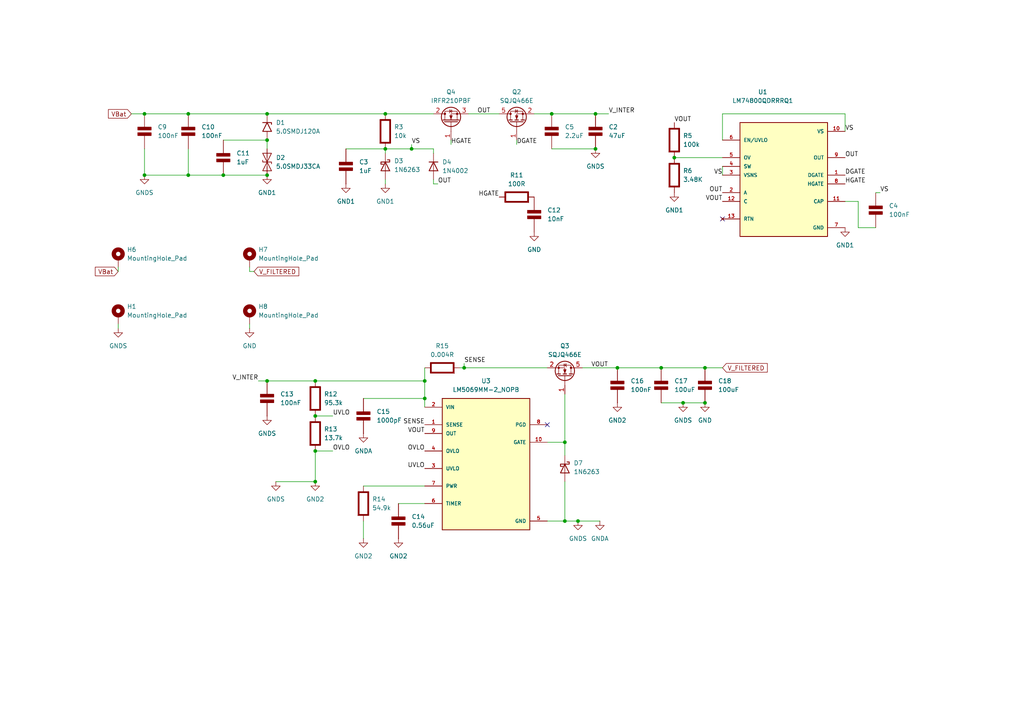
<source format=kicad_sch>
(kicad_sch (version 20231120) (generator "eeschema") (generator_version "8.0")
  (paper "A4")
  (lib_symbols
    (symbol "Device:Q_NMOS_Depletion_GDS" (pin_names (offset 0) hide)
      (property "Reference" "Q" (at 5.08 1.905 0))
      (property "Value" "Q_NMOS_Depletion_GDS" (at 5.08 0 0))
      (symbol "Q_NMOS_Depletion_GDS_0_1"
        (polyline (pts (xy 0.254 0) (xy -2.54 0)))
        (polyline (pts (xy 0.254 1.905) (xy 0.254 -1.905)) (stroke (width 0.254)))
        (polyline (pts (xy 0.762 2.286) (xy 0.762 -2.286)) (stroke (width 0.254)))
        (polyline (pts (xy 2.54 2.54) (xy 2.54 1.778)))
        (polyline (pts (xy 2.54 -2.54) (xy 2.54 0) (xy 0.762 0)))
        (polyline (pts (xy 0.762 -1.778) (xy 3.302 -1.778) (xy 3.302 1.778) (xy 0.762 1.778)))
        (polyline (pts (xy 1.016 0) (xy 2.032 0.381) (xy 2.032 -0.381) (xy 1.016 0)) (fill (type outline)))
        (polyline (pts (xy 2.794 0.508) (xy 2.921 0.381) (xy 3.683 0.381) (xy 3.81 0.254)))
        (polyline (pts (xy 3.302 0.381) (xy 2.921 -0.254) (xy 3.683 -0.254) (xy 3.302 0.381)))
        (circle (center 1.651 0) (radius 2.794) (stroke (width 0.254)))
        (circle (center 2.54 -1.778) (radius 0.254) (fill (type outline)))
        (circle (center 2.54 1.778) (radius 0.254) (fill (type outline)))
      )
      (symbol "Q_NMOS_Depletion_GDS_1_1"
        (pin input line (at -5.08 0 0) (length 2.54) (name "G") (number "1"))
        (pin passive line (at 2.54 5.08 270) (length 2.54) (name "D") (number "2"))
        (pin passive line (at 2.54 -5.08 90) (length 2.54) (name "S") (number "3"))
      )
    )
    (symbol "Diode:1N4002" (pin_numbers hide) (pin_names hide)
      (property "Reference" "D" (at 0 2.54 0))
      (property "Value" "1N4002" (at 0 -2.54 0))
      (symbol "1N4002_0_1"
        (polyline (pts (xy -1.27 1.27) (xy -1.27 -1.27)) (stroke (width 0.254)))
        (polyline (pts (xy 1.27 0) (xy -1.27 0)))
        (polyline (pts (xy 1.27 1.27) (xy 1.27 -1.27) (xy -1.27 0) (xy 1.27 1.27)) (stroke (width 0.254)))
      )
      (symbol "1N4002_1_1"
        (pin passive line (at -3.81 0 0) (length 2.54) (name "K") (number "1"))
        (pin passive line (at 3.81 0 180) (length 2.54) (name "A") (number "2"))
      )
    )
    (symbol "Diode:1N6263" (pin_numbers hide) (pin_names (offset 1.016) hide)
      (property "Reference" "D" (at 0 2.54 0))
      (property "Value" "1N6263" (at 0 -2.54 0))
      (symbol "1N6263_0_1"
        (polyline (pts (xy 1.27 0) (xy -1.27 0)))
        (polyline (pts (xy 1.27 1.27) (xy 1.27 -1.27) (xy -1.27 0) (xy 1.27 1.27)) (stroke (width 0.254)))
        (polyline (pts (xy -1.905 0.635) (xy -1.905 1.27) (xy -1.27 1.27) (xy -1.27 -1.27) (xy -0.635 -1.27) (xy -0.635 -0.635)) (stroke (width 0.254)))
      )
      (symbol "1N6263_1_1"
        (pin passive line (at -3.81 0 0) (length 2.54) (name "K") (number "1"))
        (pin passive line (at 3.81 0 180) (length 2.54) (name "A") (number "2"))
      )
    )
    (symbol "Diode:SMAJ250A" (pin_numbers hide) (pin_names (offset 1.016) hide)
      (property "Reference" "D" (at 0 2.54 0))
      (property "Value" "SMAJ250A" (at 0 -2.54 0))
      (symbol "SMAJ250A_0_1"
        (polyline (pts (xy -0.762 1.27) (xy -1.27 1.27) (xy -1.27 -1.27)) (stroke (width 0.254)))
        (polyline (pts (xy 1.27 1.27) (xy 1.27 -1.27) (xy -1.27 0) (xy 1.27 1.27)) (stroke (width 0.254)))
      )
      (symbol "SMAJ250A_1_1"
        (pin passive line (at -3.81 0 0) (length 2.54) (name "A1") (number "1"))
        (pin passive line (at 3.81 0 180) (length 2.54) (name "A2") (number "2"))
      )
    )
    (symbol "Diode:SMAJ250CA" (pin_numbers hide) (pin_names (offset 1.016) hide)
      (property "Reference" "D" (at 0 2.54 0))
      (property "Value" "SMAJ250CA" (at 0 -2.54 0))
      (symbol "SMAJ250CA_0_1"
        (polyline (pts (xy 1.27 0) (xy -1.27 0)))
        (polyline (pts (xy -2.54 -1.27) (xy 0 0) (xy -2.54 1.27) (xy -2.54 -1.27)) (stroke (width 0.2032)))
        (polyline (pts (xy 0.508 1.27) (xy 0 1.27) (xy 0 -1.27) (xy -0.508 -1.27)) (stroke (width 0.2032)))
        (polyline (pts (xy 2.54 1.27) (xy 2.54 -1.27) (xy 0 0) (xy 2.54 1.27)) (stroke (width 0.2032)))
      )
      (symbol "SMAJ250CA_1_1"
        (pin passive line (at -3.81 0 0) (length 2.54) (name "A1") (number "1"))
        (pin passive line (at 3.81 0 180) (length 2.54) (name "A2") (number "2"))
      )
    )
    (symbol "LM5069MM-2_NOPB:LM5069MM-2_NOPB" (pin_names (offset 1.016))
      (property "Reference" "U" (at -12.7 18.78 0))
      (property "Value" "LM5069MM-2_NOPB" (at -12.7 -21.78 0))
      (symbol "LM5069MM-2_NOPB_0_0"
        (rectangle (start -12.7 -20.32) (end 12.7 17.78) (stroke (width 0.254)) (fill (type background)))
        (pin input line (at -17.78 10.16 0) (length 5.08) (name "SENSE") (number "1"))
        (pin output line (at 17.78 5.08 180) (length 5.08) (name "GATE") (number "10"))
        (pin power_in line (at -17.78 15.24 0) (length 5.08) (name "VIN") (number "2"))
        (pin input line (at -17.78 -2.54 0) (length 5.08) (name "UVLO") (number "3"))
        (pin input line (at -17.78 2.54 0) (length 5.08) (name "OVLO") (number "4"))
        (pin power_in line (at 17.78 -17.78 180) (length 5.08) (name "GND") (number "5"))
        (pin bidirectional line (at -17.78 -12.7 0) (length 5.08) (name "TIMER") (number "6"))
        (pin input line (at -17.78 -7.62 0) (length 5.08) (name "PWR") (number "7"))
        (pin output line (at 17.78 10.16 180) (length 5.08) (name "PGD") (number "8"))
        (pin input line (at -17.78 7.62 0) (length 5.08) (name "OUT") (number "9"))
      )
    )
    (symbol "LM74800QDRRRQ1:LM74800QDRRRQ1" (pin_names (offset 1.016))
      (property "Reference" "U" (at -12.7 16.002 0))
      (property "Value" "LM74800QDRRRQ1" (at -12.7 -20.32 0))
      (symbol "LM74800QDRRRQ1_0_0"
        (rectangle (start -12.7 -17.78) (end 12.7 15.24) (stroke (width 0.254)) (fill (type background)))
        (pin output line (at 17.78 0 180) (length 5.08) (name "DGATE") (number "1"))
        (pin power_in line (at 17.78 12.7 180) (length 5.08) (name "VS") (number "10"))
        (pin output line (at 17.78 -7.62 180) (length 5.08) (name "CAP") (number "11"))
        (pin input line (at -17.78 -7.62 0) (length 5.08) (name "C") (number "12"))
        (pin no_connect line (at -17.78 -12.7 0) (length 5.08) (name "RTN") (number "13"))
        (pin input line (at -17.78 -5.08 0) (length 5.08) (name "A") (number "2"))
        (pin input line (at -17.78 0 0) (length 5.08) (name "VSNS") (number "3"))
        (pin input line (at -17.78 2.54 0) (length 5.08) (name "SW") (number "4"))
        (pin input line (at -17.78 5.08 0) (length 5.08) (name "OV") (number "5"))
        (pin input line (at -17.78 10.16 0) (length 5.08) (name "EN/UVLO") (number "6"))
        (pin power_in line (at 17.78 -15.24 180) (length 5.08) (name "GND") (number "7"))
        (pin output line (at 17.78 -2.54 180) (length 5.08) (name "HGATE") (number "8"))
        (pin output line (at 17.78 5.08 180) (length 5.08) (name "OUT") (number "9"))
      )
    )
    (symbol "Mechanical:MountingHole_Pad" (pin_numbers hide) (pin_names (offset 1.016) hide) (exclude_from_sim yes) (in_bom no)
      (property "Reference" "H" (at 0 6.35 0))
      (property "Value" "MountingHole_Pad" (at 0 4.445 0))
      (symbol "MountingHole_Pad_0_1"
        (circle (center 0 1.27) (radius 1.27) (stroke (width 1.27)))
      )
      (symbol "MountingHole_Pad_1_1"
        (pin input line (at 0 -2.54 90) (length 2.54) (name "1") (number "1"))
      )
    )
    (symbol "PCM_Elektuur:C" (pin_numbers hide) (pin_names (offset 0) hide)
      (property "Reference" "C" (at 0.635 3.175 0))
      (property "Value" "C" (at 0.635 -3.175 0))
      (symbol "C_1_1"
        (rectangle (start -1.905 -0.4318) (end 1.905 -1.1938) (stroke (width 0.254)) (fill (type outline)))
        (rectangle (start -1.905 1.1938) (end 1.905 0.4318) (stroke (width 0.254)) (fill (type outline)))
        (pin passive line (at 0 5.08 270) (length 3.8862) (name "+") (number "1"))
        (pin passive line (at 0 -5.08 90) (length 3.8862) (name "-") (number "2"))
      )
      (symbol "C_1_2"
        (polyline (pts (xy -1.905 -1.4986) (xy 1.905 -1.4986) (xy 1.905 -0.4318) (xy -1.905 -0.4318) (xy -1.905 -1.4986) (xy -1.8034 -1.397) (xy -1.8034 -0.5334) (xy 1.8034 -0.5334) (xy 1.8034 -1.397) (xy -1.8034 -1.397) (xy -1.905 -1.4986)) (stroke (width 0.254)) (fill (type outline)))
        (polyline (pts (xy -1.905 0.4318) (xy 1.905 0.4318) (xy 1.905 1.4986) (xy -1.905 1.4986) (xy -1.905 0.4318) (xy -1.8034 0.5334) (xy -1.8034 1.397) (xy 1.8034 1.397) (xy 1.8034 0.5334) (xy -1.8034 0.5334) (xy -1.905 0.4318)) (stroke (width 0.254)) (fill (type outline)))
        (pin passive line (at 0 5.08 270) (length 3.5814) (name "+") (number "1"))
        (pin passive line (at 0 -5.08 90) (length 3.5814) (name "-") (number "2"))
      )
    )
    (symbol "PCM_Elektuur:R" (pin_numbers hide) (pin_names (offset 0) hide)
      (property "Reference" "R" (at 2.54 3.175 0))
      (property "Value" "R" (at 0 0 90))
      (symbol "R_1_1"
        (polyline (pts (xy -1.524 -3.429) (xy 1.524 -3.429) (xy 1.524 3.429) (xy -1.524 3.429) (xy -1.524 -3.429) (xy -1.27 -3.175) (xy -1.27 3.175) (xy 1.27 3.175) (xy 1.27 -3.175) (xy -1.27 -3.175) (xy -1.524 -3.429)) (stroke (width 0.254)) (fill (type outline)))
        (pin passive line (at 0 5.08 270) (length 1.651) (name "+") (number "1"))
        (pin passive line (at 0 -5.08 90) (length 1.651) (name "-") (number "2"))
      )
      (symbol "R_1_2"
        (polyline (pts (xy -0.508 -3.429) (xy 1.524 -3.429) (xy 1.524 3.429) (xy -0.508 3.429) (xy -0.508 3.175) (xy 1.27 3.175) (xy 1.27 -3.175) (xy -0.508 -3.175) (xy -0.508 -3.429)) (stroke (width 0.254)) (fill (type outline)))
        (pin passive line (at 0 5.08 270) (length 1.651) (name "+") (number "1"))
        (pin passive line (at 0 -5.08 90) (length 1.651) (name "-") (number "2"))
      )
      (symbol "R_1_3"
        (polyline (pts (xy 0 3.4798) (xy 0 3.2004) (xy 0.7112 2.794) (xy -1.1938 1.6764) (xy 0.7112 0.5588) (xy -1.1938 -0.5588) (xy 0.7112 -1.6764) (xy -1.1938 -2.794) (xy 0 -3.4798) (xy 0 -3.2004) (xy -0.7112 -2.794) (xy 1.1938 -1.6764) (xy -0.7112 -0.5588) (xy 1.1938 0.5588) (xy -0.7112 1.6764) (xy 1.1938 2.794) (xy 0 3.4798)) (stroke (width 0.254)) (fill (type outline)))
        (pin passive line (at 0 5.08 270) (length 1.6002) (name "+") (number "1"))
        (pin passive line (at 0 -5.08 90) (length 1.6002) (name "-") (number "2"))
      )
      (symbol "R_1_4"
        (polyline (pts (xy 0 4.5466) (xy 0 4.2672) (xy 0.0508 4.2418) (xy 1.016 3.683) (xy -1.524 2.2098) (xy 1.016 0.7366) (xy -1.524 -0.7366) (xy 1.016 -2.2098) (xy -1.524 -3.683) (xy -0.0762 -4.5212) (xy 0 -4.5466) (xy 0 -4.2672) (xy -0.0508 -4.2418) (xy -1.016 -3.683) (xy 1.524 -2.2098) (xy -1.016 -0.7366) (xy 1.524 0.7366) (xy -1.016 2.2098) (xy 1.524 3.683) (xy 0.0762 4.5212) (xy 0 4.5466)) (stroke (width 0.254)) (fill (type outline)))
        (pin passive line (at 0 5.08 270) (length 0.5334) (name "+") (number "1"))
        (pin passive line (at 0 -5.08 90) (length 0.5334) (name "-") (number "2"))
      )
    )
    (symbol "Transistor_FET:SQJQ466E" (pin_names (offset 0) hide)
      (property "Reference" "Q" (at 5.08 1.27 0))
      (property "Value" "SQJQ466E" (at 5.08 -1.27 0))
      (symbol "SQJQ466E_0_1"
        (polyline (pts (xy 0.254 0) (xy -2.54 0)))
        (polyline (pts (xy 0.254 1.905) (xy 0.254 -1.905)) (stroke (width 0.254)))
        (polyline (pts (xy 0.762 -1.27) (xy 0.762 -2.286)) (stroke (width 0.254)))
        (polyline (pts (xy 0.762 0.508) (xy 0.762 -0.508)) (stroke (width 0.254)))
        (polyline (pts (xy 0.762 2.286) (xy 0.762 1.27)) (stroke (width 0.254)))
        (polyline (pts (xy 2.54 2.54) (xy 2.54 1.778)))
        (polyline (pts (xy 2.54 -2.54) (xy 2.54 0) (xy 0.762 0)))
        (polyline (pts (xy 0.762 -1.778) (xy 3.302 -1.778) (xy 3.302 1.778) (xy 0.762 1.778)))
        (polyline (pts (xy 1.016 0) (xy 2.032 0.381) (xy 2.032 -0.381) (xy 1.016 0)) (fill (type outline)))
        (polyline (pts (xy 2.794 0.508) (xy 2.921 0.381) (xy 3.683 0.381) (xy 3.81 0.254)))
        (polyline (pts (xy 3.302 0.381) (xy 2.921 -0.254) (xy 3.683 -0.254) (xy 3.302 0.381)))
        (circle (center 1.651 0) (radius 2.794) (stroke (width 0.254)))
        (circle (center 2.54 -1.778) (radius 0.254) (fill (type outline)))
        (circle (center 2.54 1.778) (radius 0.254) (fill (type outline)))
      )
      (symbol "SQJQ466E_1_1"
        (pin input line (at -5.08 0 0) (length 2.54) (name "G") (number "1"))
        (pin passive line (at 2.54 -5.08 90) (length 2.54) (name "S") (number "2"))
        (pin passive line (at 2.54 -5.08 90) (length 2.54) hide (name "S") (number "3"))
        (pin passive line (at 2.54 -5.08 90) (length 2.54) hide (name "S") (number "4"))
        (pin passive line (at 2.54 5.08 270) (length 2.54) (name "D") (number "5"))
      )
    )
    (symbol "power:GND" (power) (pin_numbers hide) (pin_names (offset 0) hide)
      (property "Value" "GND" (at 0 -3.81 0))
      (symbol "GND_0_1"
        (polyline (pts (xy 0 0) (xy 0 -1.27) (xy 1.27 -1.27) (xy 0 -2.54) (xy -1.27 -1.27) (xy 0 -1.27)))
      )
      (symbol "GND_1_1"
        (pin power_in line (at 0 0 270) (length 0) (name "~") (number "1"))
      )
    )
    (symbol "power:GND1" (power) (pin_numbers hide) (pin_names (offset 0) hide)
      (property "Value" "GND1" (at 0 -3.81 0))
      (symbol "GND1_0_1"
        (polyline (pts (xy 0 0) (xy 0 -1.27) (xy 1.27 -1.27) (xy 0 -2.54) (xy -1.27 -1.27) (xy 0 -1.27)))
      )
      (symbol "GND1_1_1"
        (pin power_in line (at 0 0 270) (length 0) (name "~") (number "1"))
      )
    )
    (symbol "power:GND2" (power) (pin_numbers hide) (pin_names (offset 0) hide)
      (property "Value" "GND2" (at 0 -3.81 0))
      (symbol "GND2_0_1"
        (polyline (pts (xy 0 0) (xy 0 -1.27) (xy 1.27 -1.27) (xy 0 -2.54) (xy -1.27 -1.27) (xy 0 -1.27)))
      )
      (symbol "GND2_1_1"
        (pin power_in line (at 0 0 270) (length 0) (name "~") (number "1"))
      )
    )
    (symbol "power:GNDA" (power) (pin_numbers hide) (pin_names (offset 0) hide)
      (property "Value" "GNDA" (at 0 -3.81 0))
      (symbol "GNDA_0_1"
        (polyline (pts (xy 0 0) (xy 0 -1.27) (xy 1.27 -1.27) (xy 0 -2.54) (xy -1.27 -1.27) (xy 0 -1.27)))
      )
      (symbol "GNDA_1_1"
        (pin power_in line (at 0 0 270) (length 0) (name "~") (number "1"))
      )
    )
    (symbol "power:GNDS" (power) (pin_numbers hide) (pin_names (offset 0) hide)
      (property "Value" "GNDS" (at 0 -3.81 0))
      (symbol "GNDS_0_1"
        (polyline (pts (xy 0 0) (xy 0 -1.27) (xy 1.27 -1.27) (xy 0 -2.54) (xy -1.27 -1.27) (xy 0 -1.27)))
      )
      (symbol "GNDS_1_1"
        (pin power_in line (at 0 0 270) (length 0) (name "~") (number "1"))
      )
    )
  )
  (junction (at 41.91 33.02))
  (junction (at 195.58 45.72))
  (junction (at 167.64 151.13))
  (junction (at 91.44 110.49))
  (junction (at 191.77 106.68))
  (junction (at 163.83 128.27))
  (junction (at 64.77 50.8))
  (junction (at 41.91 50.8))
  (junction (at 204.47 116.84))
  (junction (at 119.38 43.18))
  (junction (at 179.07 106.68))
  (junction (at 91.44 120.65))
  (junction (at 77.47 40.64))
  (junction (at 163.83 151.13))
  (junction (at 198.12 116.84))
  (junction (at 54.61 33.02))
  (junction (at 77.47 110.49))
  (junction (at 123.19 115.57))
  (junction (at 77.47 50.8))
  (junction (at 160.02 33.02))
  (junction (at 91.44 130.81))
  (junction (at 123.19 110.49))
  (junction (at 54.61 50.8))
  (junction (at 77.47 33.02))
  (junction (at 172.72 43.18))
  (junction (at 134.62 106.68))
  (junction (at 111.76 43.18))
  (junction (at 204.47 106.68))
  (junction (at 111.76 33.02))
  (junction (at 172.72 33.02))
  (junction (at 91.44 139.7))
  (no_connect (at 209.55 63.5))
  (no_connect (at 158.75 123.19))
  (wire (pts (xy 91.44 130.81) (xy 91.44 139.7)))
  (wire (pts (xy 245.11 33.02) (xy 245.11 38.1)))
  (wire (pts (xy 119.38 41.91) (xy 119.38 43.18)))
  (wire (pts (xy 64.77 40.64) (xy 77.47 40.64)))
  (wire (pts (xy 130.81 41.91) (xy 130.81 40.64)))
  (wire (pts (xy 125.73 43.18) (xy 125.73 44.45)))
  (wire (pts (xy 72.39 95.25) (xy 72.39 93.98)))
  (wire (pts (xy 209.55 33.02) (xy 245.11 33.02)))
  (wire (pts (xy 111.76 44.45) (xy 111.76 43.18)))
  (wire (pts (xy 125.73 53.34) (xy 127 53.34)))
  (wire (pts (xy 105.41 115.57) (xy 123.19 115.57)))
  (wire (pts (xy 72.39 78.74) (xy 72.39 77.47)))
  (wire (pts (xy 77.47 110.49) (xy 91.44 110.49)))
  (wire (pts (xy 198.12 116.84) (xy 191.77 116.84)))
  (wire (pts (xy 41.91 33.02) (xy 54.61 33.02)))
  (wire (pts (xy 123.19 110.49) (xy 123.19 115.57)))
  (wire (pts (xy 41.91 50.8) (xy 41.91 43.18)))
  (wire (pts (xy 133.35 106.68) (xy 134.62 106.68)))
  (wire (pts (xy 167.64 151.13) (xy 163.83 151.13)))
  (wire (pts (xy 134.62 105.41) (xy 134.62 106.68)))
  (wire (pts (xy 77.47 43.18) (xy 77.47 40.64)))
  (wire (pts (xy 115.57 146.05) (xy 123.19 146.05)))
  (wire (pts (xy 54.61 43.18) (xy 54.61 50.8)))
  (wire (pts (xy 209.55 33.02) (xy 209.55 40.64)))
  (wire (pts (xy 119.38 43.18) (xy 125.73 43.18)))
  (wire (pts (xy 135.89 33.02) (xy 144.78 33.02)))
  (wire (pts (xy 64.77 50.8) (xy 54.61 50.8)))
  (wire (pts (xy 248.92 58.42) (xy 245.11 58.42)))
  (wire (pts (xy 195.58 45.72) (xy 209.55 45.72)))
  (wire (pts (xy 91.44 120.65) (xy 96.52 120.65)))
  (wire (pts (xy 111.76 33.02) (xy 125.73 33.02)))
  (wire (pts (xy 105.41 140.97) (xy 123.19 140.97)))
  (wire (pts (xy 160.02 33.02) (xy 172.72 33.02)))
  (wire (pts (xy 41.91 50.8) (xy 54.61 50.8)))
  (wire (pts (xy 163.83 151.13) (xy 158.75 151.13)))
  (wire (pts (xy 154.94 33.02) (xy 160.02 33.02)))
  (wire (pts (xy 172.72 33.02) (xy 176.53 33.02)))
  (wire (pts (xy 134.62 106.68) (xy 158.75 106.68)))
  (wire (pts (xy 204.47 106.68) (xy 209.55 106.68)))
  (wire (pts (xy 149.86 40.64) (xy 149.86 41.91)))
  (wire (pts (xy 248.92 66.04) (xy 248.92 58.42)))
  (wire (pts (xy 168.91 106.68) (xy 179.07 106.68)))
  (wire (pts (xy 111.76 53.34) (xy 111.76 52.07)))
  (wire (pts (xy 123.19 115.57) (xy 123.19 118.11)))
  (wire (pts (xy 163.83 132.08) (xy 163.83 128.27)))
  (wire (pts (xy 38.1 33.02) (xy 41.91 33.02)))
  (wire (pts (xy 158.75 128.27) (xy 163.83 128.27)))
  (wire (pts (xy 100.33 43.18) (xy 111.76 43.18)))
  (wire (pts (xy 34.29 95.25) (xy 34.29 93.98)))
  (wire (pts (xy 248.92 66.04) (xy 254 66.04)))
  (wire (pts (xy 80.01 139.7) (xy 91.44 139.7)))
  (wire (pts (xy 255.27 55.88) (xy 254 55.88)))
  (wire (pts (xy 105.41 156.21) (xy 105.41 151.13)))
  (wire (pts (xy 91.44 130.81) (xy 96.52 130.81)))
  (wire (pts (xy 54.61 33.02) (xy 77.47 33.02)))
  (wire (pts (xy 163.83 139.7) (xy 163.83 151.13)))
  (wire (pts (xy 179.07 106.68) (xy 191.77 106.68)))
  (wire (pts (xy 111.76 43.18) (xy 119.38 43.18)))
  (wire (pts (xy 191.77 106.68) (xy 204.47 106.68)))
  (wire (pts (xy 163.83 128.27) (xy 163.83 114.3)))
  (wire (pts (xy 34.29 78.74) (xy 34.29 77.47)))
  (wire (pts (xy 125.73 52.07) (xy 125.73 53.34)))
  (wire (pts (xy 198.12 116.84) (xy 204.47 116.84)))
  (wire (pts (xy 74.93 110.49) (xy 77.47 110.49)))
  (wire (pts (xy 77.47 33.02) (xy 111.76 33.02)))
  (wire (pts (xy 209.55 48.26) (xy 209.55 50.8)))
  (wire (pts (xy 167.64 151.13) (xy 173.99 151.13)))
  (wire (pts (xy 64.77 50.8) (xy 77.47 50.8)))
  (wire (pts (xy 91.44 110.49) (xy 123.19 110.49)))
  (wire (pts (xy 123.19 106.68) (xy 123.19 110.49)))
  (wire (pts (xy 160.02 43.18) (xy 172.72 43.18)))
  (wire (pts (xy 73.66 78.74) (xy 72.39 78.74)))
  (label "VS" (at 245.11 38.1 0))
  (label "UVLO" (at 123.19 135.89 180))
  (label "DGATE" (at 149.86 41.91 0))
  (label "OUT" (at 127 53.34 0))
  (label "V_INTER" (at 176.53 33.02 0))
  (label "OUT" (at 245.11 45.72 0))
  (label "VOUT" (at 195.58 35.56 0))
  (label "UVLO" (at 96.52 120.65 0))
  (label "VOUT" (at 171.45 106.68 0))
  (label "HGATE" (at 245.11 53.34 0))
  (label "SENSE" (at 134.62 105.41 0))
  (label "OUT" (at 138.43 33.02 0))
  (label "SENSE" (at 123.19 123.19 180))
  (label "VOUT" (at 123.19 125.73 180))
  (label "OUT" (at 209.55 55.88 180))
  (label "VS" (at 119.38 41.91 0))
  (label "HGATE" (at 130.81 41.91 0))
  (label "OVLO" (at 123.19 130.81 180))
  (label "HGATE" (at 144.78 57.15 180))
  (label "V_INTER" (at 74.93 110.49 180))
  (label "VS" (at 255.27 55.88 0))
  (label "DGATE" (at 245.11 50.8 0))
  (label "VS" (at 209.55 50.8 180))
  (label "VOUT" (at 209.55 58.42 180))
  (label "OVLO" (at 96.52 130.81 0))
  (global_label "VBat" (shape input) (at 34.29 78.74 180) (property "Intersheetrefs" "${INTERSHEET_REFS}" (effects (hide yes))))
  (global_label "V_FILTERED" (shape input) (at 209.55 106.68 0) (property "Intersheetrefs" "${INTERSHEET_REFS}" (effects (hide yes))))
  (global_label "VBat" (shape input) (at 38.1 33.02 180) (property "Intersheetrefs" "${INTERSHEET_REFS}" (effects (hide yes))))
  (global_label "V_FILTERED" (shape input) (at 73.66 78.74 0) (property "Intersheetrefs" "${INTERSHEET_REFS}" (effects (hide yes))))
  (symbol (lib_id "Mechanical:MountingHole_Pad") (at 72.39 74.93 0) (unit 1) (exclude_from_sim yes) (in_bom no)
    (property "Reference" "H7" (at 74.93 72.3899 0) (effects (justify left)))
    (property "Value" "MountingHole_Pad" (at 74.93 74.9299 0) (effects (justify left)))
    (property "Footprint" "MountingHole:MountingHole_3.2mm_M3_Pad" (effects (hide yes)))
    (property "Description" "Mounting Hole with connection" (effects (hide yes)))
  )
  (symbol (lib_id "PCM_Elektuur:R") (at 149.86 57.15 90) (unit 1)
    (property "Reference" "R11" (at 149.86 50.8 90))
    (property "Value" "100R" (at 149.86 53.34 90))
    (property "Footprint" "Resistor_SMD:R_1206_3216Metric_Pad1.30x1.75mm_HandSolder" (effects (hide yes)))
    (property "Description" "resistor" (effects (hide yes)))
    (property "Indicator" "+" (effects (hide yes)))
    (property "Rating" "W" (effects (hide yes)))
  )
  (symbol (lib_id "PCM_Elektuur:C") (at 154.94 62.23 0) (unit 1)
    (property "Reference" "C12" (at 158.75 60.9599 0) (effects (justify left)))
    (property "Value" "10nF" (at 158.75 63.4999 0) (effects (justify left)))
    (property "Footprint" "Capacitor_SMD:C_0805_2012Metric" (effects (hide yes)))
    (property "Description" "capacitor, non-polarized/bipolar" (effects (hide yes)))
    (property "Indicator" "+" (effects (hide yes)))
    (property "Rating" "V" (effects (hide yes)))
  )
  (symbol (lib_id "power:GND2") (at 91.44 139.7 0) (unit 1)
    (property "Reference" "#PWR018" (effects (hide yes)))
    (property "Value" "GND2" (at 91.44 144.78 0))
    (property "Description" "Power symbol creates a global label with name \"GND2\" , ground" (effects (hide yes)))
  )
  (symbol (lib_id "power:GNDA") (at 173.99 151.13 0) (unit 1)
    (property "Reference" "#PWR013" (effects (hide yes)))
    (property "Value" "GNDA" (at 173.99 156.21 0))
    (property "Description" "Power symbol creates a global label with name \"GNDA\" , analog ground" (effects (hide yes)))
  )
  (symbol (lib_id "PCM_Elektuur:R") (at 105.41 146.05 0) (unit 1)
    (property "Reference" "R14" (at 107.95 144.7799 0) (effects (justify left)))
    (property "Value" "54.9k" (at 107.95 147.3199 0) (effects (justify left)))
    (property "Footprint" "Resistor_SMD:R_1206_3216Metric_Pad1.30x1.75mm_HandSolder" (effects (hide yes)))
    (property "Description" "resistor" (effects (hide yes)))
    (property "Indicator" "+" (effects (hide yes)))
    (property "Rating" "W" (effects (hide yes)))
  )
  (symbol (lib_id "PCM_Elektuur:C") (at 204.47 111.76 0) (unit 1)
    (property "Reference" "C18" (at 208.28 110.4899 0) (effects (justify left)))
    (property "Value" "100uF" (at 208.28 113.0299 0) (effects (justify left)))
    (property "Footprint" "Capacitor_SMD:CP_Elec_8x10" (effects (hide yes)))
    (property "Description" "capacitor, non-polarized/bipolar" (effects (hide yes)))
    (property "Indicator" "+" (effects (hide yes)))
    (property "Rating" "V" (effects (hide yes)))
  )
  (symbol (lib_id "LM5069MM-2_NOPB:LM5069MM-2_NOPB") (at 140.97 133.35 0) (unit 1)
    (property "Reference" "U3" (at 140.97 110.49 0))
    (property "Value" "LM5069MM-2_NOPB" (at 140.97 113.03 0))
    (property "Footprint" "LM5069MM-2_NOPB:SOP50P490X110-10N" (effects (hide yes)))
    (property "MF" "Texas Instruments" (effects (hide yes)))
    (property "MAXIMUM_PACKAGE_HEIGHT" "1.1 mm" (effects (hide yes)))
    (property "Package" "VSSOP-10 Texas Instruments" (effects (hide yes)))
    (property "Price" "None" (effects (hide yes)))
    (property "Check_prices" "https://www.snapeda.com/parts/LM5069MM-2/Texas+Instruments/view-part/?ref=eda" (effects (hide yes)))
    (property "STANDARD" "IPC-7351B" (effects (hide yes)))
    (property "PARTREV" "G" (effects (hide yes)))
    (property "SnapEDA_Link" "https://www.snapeda.com/parts/LM5069MM-2/Texas+Instruments/view-part/?ref=snap" (effects (hide yes)))
    (property "MP" "LM5069MM-2" (effects (hide yes)))
    (property "Description_1" "\n                        \n                            9-V to 80-V hot swap controller with power limiting 10-VSSOP -40 to 125\n                        \n" (effects (hide yes)))
    (property "Availability" "In Stock" (effects (hide yes)))
    (property "MANUFACTURER" "Texas Instruments" (effects (hide yes)))
  )
  (symbol (lib_id "power:GND1") (at 245.11 66.04 0) (unit 1)
    (property "Reference" "#PWR01" (effects (hide yes)))
    (property "Value" "GND1" (at 245.11 71.12 0))
    (property "Description" "Power symbol creates a global label with name \"GND1\" , ground" (effects (hide yes)))
  )
  (symbol (lib_id "power:GND") (at 204.47 116.84 0) (unit 1)
    (property "Reference" "#PWR011" (effects (hide yes)))
    (property "Value" "GND" (at 204.47 121.92 0))
    (property "Description" "Power symbol creates a global label with name \"GND\" , ground" (effects (hide yes)))
  )
  (symbol (lib_id "PCM_Elektuur:C") (at 179.07 111.76 0) (unit 1)
    (property "Reference" "C16" (at 182.88 110.4899 0) (effects (justify left)))
    (property "Value" "100nF" (at 182.88 113.0299 0) (effects (justify left)))
    (property "Footprint" "Capacitor_SMD:C_0805_2012Metric" (effects (hide yes)))
    (property "Description" "capacitor, non-polarized/bipolar" (effects (hide yes)))
    (property "Indicator" "+" (effects (hide yes)))
    (property "Rating" "V" (effects (hide yes)))
  )
  (symbol (lib_id "power:GND") (at 72.39 95.25 0) (unit 1)
    (property "Reference" "#PWR020" (effects (hide yes)))
    (property "Value" "GND" (at 72.39 100.33 0))
    (property "Description" "Power symbol creates a global label with name \"GND\" , ground" (effects (hide yes)))
  )
  (symbol (lib_id "power:GND1") (at 111.76 53.34 0) (unit 1)
    (property "Reference" "#PWR06" (effects (hide yes)))
    (property "Value" "GND1" (at 111.76 58.42 0))
    (property "Description" "Power symbol creates a global label with name \"GND1\" , ground" (effects (hide yes)))
  )
  (symbol (lib_id "PCM_Elektuur:C") (at 64.77 45.72 0) (unit 1)
    (property "Reference" "C11" (at 68.58 44.4499 0) (effects (justify left)))
    (property "Value" "1uF" (at 68.58 46.9899 0) (effects (justify left)))
    (property "Footprint" "Capacitor_SMD:C_1206_3216Metric" (effects (hide yes)))
    (property "Description" "capacitor, non-polarized/bipolar" (effects (hide yes)))
    (property "Indicator" "+" (effects (hide yes)))
    (property "Rating" "V" (effects (hide yes)))
  )
  (symbol (lib_id "Diode:1N4002") (at 125.73 48.26 270) (unit 1)
    (property "Reference" "D4" (at 128.27 46.9899 90) (effects (justify left)))
    (property "Value" "1N4002" (at 128.27 49.5299 90) (effects (justify left)))
    (property "Footprint" "Diode_THT:D_DO-41_SOD81_P10.16mm_Horizontal" (effects (hide yes)))
    (property "Datasheet" "http://www.vishay.com/docs/88503/1n4001.pdf" (effects (hide yes)))
    (property "Description" "100V 1A General Purpose Rectifier Diode, DO-41" (effects (hide yes)))
    (property "Sim.Device" "D" (effects (hide yes)))
    (property "Sim.Pins" "1=K 2=A" (effects (hide yes)))
  )
  (symbol (lib_id "PCM_Elektuur:R") (at 91.44 125.73 0) (unit 1)
    (property "Reference" "R13" (at 93.98 124.4599 0) (effects (justify left)))
    (property "Value" "13.7k" (at 93.98 126.9999 0) (effects (justify left)))
    (property "Footprint" "Resistor_SMD:R_1206_3216Metric_Pad1.30x1.75mm_HandSolder" (effects (hide yes)))
    (property "Description" "resistor" (effects (hide yes)))
    (property "Indicator" "+" (effects (hide yes)))
    (property "Rating" "W" (effects (hide yes)))
  )
  (symbol (lib_id "power:GND1") (at 195.58 55.88 0) (unit 1)
    (property "Reference" "#PWR07" (effects (hide yes)))
    (property "Value" "GND1" (at 195.58 60.96 0))
    (property "Description" "Power symbol creates a global label with name \"GND1\" , ground" (effects (hide yes)))
  )
  (symbol (lib_id "power:GNDS") (at 172.72 43.18 0) (unit 1)
    (property "Reference" "#PWR019" (effects (hide yes)))
    (property "Value" "GNDS" (at 172.72 48.26 0))
    (property "Description" "Power symbol creates a global label with name \"GNDS\" , signal ground" (effects (hide yes)))
  )
  (symbol (lib_id "power:GND2") (at 179.07 116.84 0) (unit 1)
    (property "Reference" "#PWR016" (effects (hide yes)))
    (property "Value" "GND2" (at 179.07 121.92 0))
    (property "Description" "Power symbol creates a global label with name \"GND2\" , ground" (effects (hide yes)))
  )
  (symbol (lib_id "power:GND1") (at 77.47 50.8 0) (unit 1)
    (property "Reference" "#PWR09" (effects (hide yes)))
    (property "Value" "GND1" (at 77.47 55.88 0))
    (property "Description" "Power symbol creates a global label with name \"GND1\" , ground" (effects (hide yes)))
  )
  (symbol (lib_id "power:GND2") (at 115.57 156.21 0) (unit 1)
    (property "Reference" "#PWR014" (effects (hide yes)))
    (property "Value" "GND2" (at 115.57 161.29 0))
    (property "Description" "Power symbol creates a global label with name \"GND2\" , ground" (effects (hide yes)))
  )
  (symbol (lib_id "power:GNDS") (at 198.12 116.84 0) (unit 1)
    (property "Reference" "#PWR017" (effects (hide yes)))
    (property "Value" "GNDS" (at 198.12 121.92 0))
    (property "Description" "Power symbol creates a global label with name \"GNDS\" , signal ground" (effects (hide yes)))
  )
  (symbol (lib_id "Device:Q_NMOS_Depletion_GDS") (at 130.81 35.56 90) (unit 1)
    (property "Reference" "Q4" (at 130.81 26.67 90))
    (property "Value" "IRFR210PBF" (at 130.81 29.21 90))
    (property "Footprint" "Package_TO_SOT_SMD:TO-252-3_TabPin2" (effects (hide yes)))
    (property "Description" "Depletion-mode N-channel MOSFET gate/drain/source" (effects (hide yes)))
  )
  (symbol (lib_id "PCM_Elektuur:C") (at 160.02 38.1 0) (unit 1)
    (property "Reference" "C5" (at 163.83 36.8299 0) (effects (justify left)))
    (property "Value" "2.2uF" (at 163.83 39.3699 0) (effects (justify left)))
    (property "Footprint" "Capacitor_SMD:C_0805_2012Metric" (effects (hide yes)))
    (property "Description" "capacitor, non-polarized/bipolar" (effects (hide yes)))
    (property "Indicator" "+" (effects (hide yes)))
    (property "Rating" "V" (effects (hide yes)))
  )
  (symbol (lib_id "PCM_Elektuur:R") (at 91.44 115.57 0) (unit 1)
    (property "Reference" "R12" (at 93.98 114.2999 0) (effects (justify left)))
    (property "Value" "95.3k" (at 93.98 116.8399 0) (effects (justify left)))
    (property "Footprint" "Resistor_SMD:R_1206_3216Metric_Pad1.30x1.75mm_HandSolder" (effects (hide yes)))
    (property "Description" "resistor" (effects (hide yes)))
    (property "Indicator" "+" (effects (hide yes)))
    (property "Rating" "W" (effects (hide yes)))
  )
  (symbol (lib_id "Mechanical:MountingHole_Pad") (at 34.29 91.44 0) (unit 1) (exclude_from_sim yes) (in_bom no)
    (property "Reference" "H1" (at 36.83 88.8999 0) (effects (justify left)))
    (property "Value" "MountingHole_Pad" (at 36.83 91.4399 0) (effects (justify left)))
    (property "Footprint" "MountingHole:MountingHole_3.2mm_M3_Pad" (effects (hide yes)))
    (property "Description" "Mounting Hole with connection" (effects (hide yes)))
  )
  (symbol (lib_id "Transistor_FET:SQJQ466E") (at 149.86 35.56 90) (unit 1)
    (property "Reference" "Q2" (at 149.86 26.67 90))
    (property "Value" "SQJQ466E" (at 149.86 29.21 90))
    (property "Footprint" "Package_TO_SOT_SMD:LFPAK88" (effects (hide yes)))
    (property "Datasheet" "https://www.vishay.com/docs/75138/sqjq466e.pdf" (effects (hide yes)))
    (property "Description" "200A Id, 60V Vds, N-Channel TrenchFET MOSFET, 1.9mOhm Ron, 14nC Qqd, -55 to 175 °C, LFPAK88" (effects (hide yes)))
  )
  (symbol (lib_id "power:GND") (at 154.94 67.31 0) (unit 1)
    (property "Reference" "#PWR04" (effects (hide yes)))
    (property "Value" "GND" (at 154.94 72.39 0))
    (property "Description" "Power symbol creates a global label with name \"GND\" , ground" (effects (hide yes)))
  )
  (symbol (lib_id "LM74800QDRRRQ1:LM74800QDRRRQ1") (at 227.33 50.8 0) (unit 1)
    (property "Reference" "U1" (at 221.234 26.67 0))
    (property "Value" "LM74800QDRRRQ1" (at 221.234 29.21 0))
    (property "Footprint" "LM74800QDRRRQ1:IC_LM74800QDRRRQ1" (effects (hide yes)))
    (property "MF" "Texas Instruments" (effects (hide yes)))
    (property "MAXIMUM_PACKAGE_HEIGHT" "0.8mm" (effects (hide yes)))
    (property "Package" "WSON-12 Texas Instruments" (effects (hide yes)))
    (property "Price" "None" (effects (hide yes)))
    (property "Check_prices" "https://www.snapeda.com/parts/LM74800QDRRRQ1/Texas+Instruments/view-part/?ref=eda" (effects (hide yes)))
    (property "STANDARD" "Manufacturer Recommendations" (effects (hide yes)))
    (property "PARTREV" "C" (effects (hide yes)))
    (property "SnapEDA_Link" "https://www.snapeda.com/parts/LM74800QDRRRQ1/Texas+Instruments/view-part/?ref=snap" (effects (hide yes)))
    (property "MP" "LM74800QDRRRQ1" (effects (hide yes)))
    (property "Description_1" "\n                        \n                            3-V to 65-V, automotive ideal diode controller driving back to back NFETs\n                        \n" (effects (hide yes)))
    (property "Availability" "In Stock" (effects (hide yes)))
    (property "MANUFACTURER" "Texas Instruments" (effects (hide yes)))
  )
  (symbol (lib_id "PCM_Elektuur:C") (at 54.61 38.1 0) (unit 1)
    (property "Reference" "C10" (at 58.42 36.8299 0) (effects (justify left)))
    (property "Value" "100nF" (at 58.42 39.3699 0) (effects (justify left)))
    (property "Footprint" "Capacitor_SMD:C_0805_2012Metric" (effects (hide yes)))
    (property "Description" "capacitor, non-polarized/bipolar" (effects (hide yes)))
    (property "Indicator" "+" (effects (hide yes)))
    (property "Rating" "V" (effects (hide yes)))
  )
  (symbol (lib_id "PCM_Elektuur:C") (at 172.72 38.1 0) (unit 1)
    (property "Reference" "C2" (at 176.53 36.8299 0) (effects (justify left)))
    (property "Value" "47uF" (at 176.53 39.3699 0) (effects (justify left)))
    (property "Footprint" "Capacitor_SMD:CP_Elec_8x10" (effects (hide yes)))
    (property "Description" "capacitor, non-polarized/bipolar" (effects (hide yes)))
    (property "Indicator" "+" (effects (hide yes)))
    (property "Rating" "V" (effects (hide yes)))
  )
  (symbol (lib_id "PCM_Elektuur:C") (at 191.77 111.76 0) (unit 1)
    (property "Reference" "C17" (at 195.58 110.4899 0) (effects (justify left)))
    (property "Value" "100uF" (at 195.58 113.0299 0) (effects (justify left)))
    (property "Footprint" "Capacitor_SMD:CP_Elec_8x10" (effects (hide yes)))
    (property "Description" "capacitor, non-polarized/bipolar" (effects (hide yes)))
    (property "Indicator" "+" (effects (hide yes)))
    (property "Rating" "V" (effects (hide yes)))
  )
  (symbol (lib_id "power:GNDS") (at 80.01 139.7 0) (unit 1)
    (property "Reference" "#PWR010" (effects (hide yes)))
    (property "Value" "GNDS" (at 80.01 144.78 0))
    (property "Description" "Power symbol creates a global label with name \"GNDS\" , signal ground" (effects (hide yes)))
  )
  (symbol (lib_id "Mechanical:MountingHole_Pad") (at 72.39 91.44 0) (unit 1) (exclude_from_sim yes) (in_bom no)
    (property "Reference" "H8" (at 74.93 88.8999 0) (effects (justify left)))
    (property "Value" "MountingHole_Pad" (at 74.93 91.4399 0) (effects (justify left)))
    (property "Footprint" "MountingHole:MountingHole_3.2mm_M3_Pad" (effects (hide yes)))
    (property "Description" "Mounting Hole with connection" (effects (hide yes)))
  )
  (symbol (lib_id "Diode:SMAJ250A") (at 77.47 36.83 270) (unit 1)
    (property "Reference" "D1" (at 80.01 35.5599 90) (effects (justify left)))
    (property "Value" "5.0SMDJ120A" (at 80.01 38.0999 90) (effects (justify left)))
    (property "Footprint" "Diode_SMD:D_SMC" (effects (hide yes)))
    (property "Datasheet" "https://www.littelfuse.com/media?resourcetype=datasheets&itemid=75e32973-b177-4ee3-a0ff-cedaf1abdb93&filename=smaj-datasheet" (effects (hide yes)))
    (property "Description" "400W unidirectional Transient Voltage Suppressor, 250.0Vr, SMA(DO-214AC)" (effects (hide yes)))
  )
  (symbol (lib_id "PCM_Elektuur:C") (at 41.91 38.1 0) (unit 1)
    (property "Reference" "C9" (at 45.72 36.8299 0) (effects (justify left)))
    (property "Value" "100nF" (at 45.72 39.3699 0) (effects (justify left)))
    (property "Footprint" "Capacitor_SMD:C_0805_2012Metric" (effects (hide yes)))
    (property "Description" "capacitor, non-polarized/bipolar" (effects (hide yes)))
    (property "Indicator" "+" (effects (hide yes)))
    (property "Rating" "V" (effects (hide yes)))
  )
  (symbol (lib_id "power:GND1") (at 100.33 53.34 0) (unit 1)
    (property "Reference" "#PWR05" (effects (hide yes)))
    (property "Value" "GND1" (at 100.33 58.42 0))
    (property "Description" "Power symbol creates a global label with name \"GND1\" , ground" (effects (hide yes)))
  )
  (symbol (lib_id "power:GNDS") (at 34.29 95.25 0) (unit 1)
    (property "Reference" "#PWR021" (effects (hide yes)))
    (property "Value" "GNDS" (at 34.29 100.33 0))
    (property "Description" "Power symbol creates a global label with name \"GNDS\" , signal ground" (effects (hide yes)))
  )
  (symbol (lib_id "PCM_Elektuur:R") (at 128.27 106.68 90) (unit 1)
    (property "Reference" "R15" (at 128.27 100.33 90))
    (property "Value" "0.004R" (at 128.27 102.87 90))
    (property "Footprint" "Resistor_SMD:R_Shunt_Vishay_WSR2_WSR3_KelvinConnection" (effects (hide yes)))
    (property "Description" "resistor" (effects (hide yes)))
    (property "Indicator" "+" (effects (hide yes)))
    (property "Rating" "W" (effects (hide yes)))
  )
  (symbol (lib_id "PCM_Elektuur:R") (at 195.58 40.64 0) (unit 1)
    (property "Reference" "R5" (at 198.12 39.3699 0) (effects (justify left)))
    (property "Value" "100k" (at 198.12 41.9099 0) (effects (justify left)))
    (property "Footprint" "Resistor_SMD:R_1206_3216Metric_Pad1.30x1.75mm_HandSolder" (effects (hide yes)))
    (property "Description" "resistor" (effects (hide yes)))
    (property "Indicator" "+" (effects (hide yes)))
    (property "Rating" "W" (effects (hide yes)))
  )
  (symbol (lib_id "power:GNDS") (at 77.47 120.65 0) (unit 1)
    (property "Reference" "#PWR03" (effects (hide yes)))
    (property "Value" "GNDS" (at 77.47 125.73 0))
    (property "Description" "Power symbol creates a global label with name \"GNDS\" , signal ground" (effects (hide yes)))
  )
  (symbol (lib_id "PCM_Elektuur:C") (at 115.57 151.13 0) (unit 1)
    (property "Reference" "C14" (at 119.38 149.8599 0) (effects (justify left)))
    (property "Value" "0.56uF" (at 119.38 152.3999 0) (effects (justify left)))
    (property "Footprint" "Capacitor_SMD:C_1206_3216Metric" (effects (hide yes)))
    (property "Description" "capacitor, non-polarized/bipolar" (effects (hide yes)))
    (property "Indicator" "+" (effects (hide yes)))
    (property "Rating" "V" (effects (hide yes)))
  )
  (symbol (lib_id "Transistor_FET:SQJQ466E") (at 163.83 109.22 270) (mirror x) (unit 1)
    (property "Reference" "Q3" (at 163.83 100.33 90))
    (property "Value" "SQJQ466E" (at 163.83 102.87 90))
    (property "Footprint" "Package_TO_SOT_SMD:LFPAK88" (effects (hide yes)))
    (property "Datasheet" "https://www.vishay.com/docs/75138/sqjq466e.pdf" (effects (hide yes)))
    (property "Description" "200A Id, 60V Vds, N-Channel TrenchFET MOSFET, 1.9mOhm Ron, 14nC Qqd, -55 to 175 °C, LFPAK88" (effects (hide yes)))
  )
  (symbol (lib_id "power:GNDS") (at 41.91 50.8 0) (unit 1)
    (property "Reference" "#PWR02" (effects (hide yes)))
    (property "Value" "GNDS" (at 41.91 55.88 0))
    (property "Description" "Power symbol creates a global label with name \"GNDS\" , signal ground" (effects (hide yes)))
  )
  (symbol (lib_id "power:GND2") (at 105.41 156.21 0) (unit 1)
    (property "Reference" "#PWR012" (effects (hide yes)))
    (property "Value" "GND2" (at 105.41 161.29 0))
    (property "Description" "Power symbol creates a global label with name \"GND2\" , ground" (effects (hide yes)))
  )
  (symbol (lib_id "Diode:SMAJ250CA") (at 77.47 46.99 90) (unit 1)
    (property "Reference" "D2" (at 80.01 45.7199 90) (effects (justify right)))
    (property "Value" "5.0SMDJ33CA" (at 80.01 48.2599 90) (effects (justify right)))
    (property "Footprint" "Diode_SMD:D_SMC" (effects (hide yes)))
    (property "Datasheet" "https://www.littelfuse.com/media?resourcetype=datasheets&itemid=75e32973-b177-4ee3-a0ff-cedaf1abdb93&filename=smaj-datasheet" (effects (hide yes)))
    (property "Description" "600W bidirectional Transient Voltage Suppressor, 250.0Vr, SMA(DO-214AC)" (effects (hide yes)))
  )
  (symbol (lib_id "PCM_Elektuur:C") (at 77.47 115.57 0) (unit 1)
    (property "Reference" "C13" (at 81.28 114.2999 0) (effects (justify left)))
    (property "Value" "100nF" (at 81.28 116.8399 0) (effects (justify left)))
    (property "Footprint" "Capacitor_SMD:C_0805_2012Metric" (effects (hide yes)))
    (property "Description" "capacitor, non-polarized/bipolar" (effects (hide yes)))
    (property "Indicator" "+" (effects (hide yes)))
    (property "Rating" "V" (effects (hide yes)))
  )
  (symbol (lib_id "Diode:1N6263") (at 111.76 48.26 270) (unit 1)
    (property "Reference" "D3" (at 114.3 46.6724 90) (effects (justify left)))
    (property "Value" "1N6263" (at 114.3 49.2124 90) (effects (justify left)))
    (property "Footprint" "Diode_THT:D_DO-35_SOD27_P7.62mm_Horizontal" (effects (hide yes)))
    (property "Datasheet" "www.st.com/resource/en/datasheet/1n6263.pdf" (effects (hide yes)))
    (property "Description" "60V 15mA Schottky diode, DO-35" (effects (hide yes)))
  )
  (symbol (lib_id "PCM_Elektuur:C") (at 100.33 48.26 0) (unit 1)
    (property "Reference" "C3" (at 104.14 46.9899 0) (effects (justify left)))
    (property "Value" "1uF" (at 104.14 49.5299 0) (effects (justify left)))
    (property "Footprint" "Capacitor_SMD:C_1206_3216Metric" (effects (hide yes)))
    (property "Description" "capacitor, non-polarized/bipolar" (effects (hide yes)))
    (property "Indicator" "+" (effects (hide yes)))
    (property "Rating" "V" (effects (hide yes)))
  )
  (symbol (lib_id "power:GNDA") (at 105.41 125.73 0) (unit 1)
    (property "Reference" "#PWR015" (effects (hide yes)))
    (property "Value" "GNDA" (at 105.41 130.81 0))
    (property "Description" "Power symbol creates a global label with name \"GNDA\" , analog ground" (effects (hide yes)))
  )
  (symbol (lib_id "PCM_Elektuur:C") (at 254 60.96 0) (unit 1)
    (property "Reference" "C4" (at 257.81 59.6899 0) (effects (justify left)))
    (property "Value" "100nF" (at 257.81 62.2299 0) (effects (justify left)))
    (property "Footprint" "Capacitor_SMD:C_0805_2012Metric" (effects (hide yes)))
    (property "Description" "capacitor, non-polarized/bipolar" (effects (hide yes)))
    (property "Indicator" "+" (effects (hide yes)))
    (property "Rating" "V" (effects (hide yes)))
  )
  (symbol (lib_id "Mechanical:MountingHole_Pad") (at 34.29 74.93 0) (unit 1) (exclude_from_sim yes) (in_bom no)
    (property "Reference" "H6" (at 36.83 72.3899 0) (effects (justify left)))
    (property "Value" "MountingHole_Pad" (at 36.83 74.9299 0) (effects (justify left)))
    (property "Footprint" "MountingHole:MountingHole_3.2mm_M3_Pad" (effects (hide yes)))
    (property "Description" "Mounting Hole with connection" (effects (hide yes)))
  )
  (symbol (lib_id "PCM_Elektuur:R") (at 195.58 50.8 0) (unit 1)
    (property "Reference" "R6" (at 198.12 49.5299 0) (effects (justify left)))
    (property "Value" "3.48K" (at 198.12 52.0699 0) (effects (justify left)))
    (property "Footprint" "Resistor_SMD:R_1206_3216Metric_Pad1.30x1.75mm_HandSolder" (effects (hide yes)))
    (property "Description" "resistor" (effects (hide yes)))
    (property "Indicator" "+" (effects (hide yes)))
    (property "Rating" "W" (effects (hide yes)))
  )
  (symbol (lib_id "Diode:1N6263") (at 163.83 135.89 270) (unit 1)
    (property "Reference" "D7" (at 166.37 134.3024 90) (effects (justify left)))
    (property "Value" "1N6263" (at 166.37 136.8424 90) (effects (justify left)))
    (property "Footprint" "Diode_THT:D_DO-35_SOD27_P7.62mm_Horizontal" (effects (hide yes)))
    (property "Datasheet" "www.st.com/resource/en/datasheet/1n6263.pdf" (effects (hide yes)))
    (property "Description" "60V 15mA Schottky diode, DO-35" (effects (hide yes)))
  )
  (symbol (lib_id "PCM_Elektuur:C") (at 105.41 120.65 0) (unit 1)
    (property "Reference" "C15" (at 109.22 119.3799 0) (effects (justify left)))
    (property "Value" "1000pF" (at 109.22 121.9199 0) (effects (justify left)))
    (property "Footprint" "Capacitor_SMD:C_0603_1608Metric" (effects (hide yes)))
    (property "Description" "capacitor, non-polarized/bipolar" (effects (hide yes)))
    (property "Indicator" "+" (effects (hide yes)))
    (property "Rating" "V" (effects (hide yes)))
  )
  (symbol (lib_id "power:GNDS") (at 167.64 151.13 0) (unit 1)
    (property "Reference" "#PWR08" (effects (hide yes)))
    (property "Value" "GNDS" (at 167.64 156.21 0))
    (property "Description" "Power symbol creates a global label with name \"GNDS\" , signal ground" (effects (hide yes)))
  )
  (symbol (lib_id "PCM_Elektuur:R") (at 111.76 38.1 0) (unit 1)
    (property "Reference" "R3" (at 114.3 36.8299 0) (effects (justify left)))
    (property "Value" "10k" (at 114.3 39.3699 0) (effects (justify left)))
    (property "Footprint" "Resistor_SMD:R_1206_3216Metric_Pad1.30x1.75mm_HandSolder" (effects (hide yes)))
    (property "Description" "resistor" (effects (hide yes)))
    (property "Indicator" "+" (effects (hide yes)))
    (property "Rating" "W" (effects (hide yes)))
  )
)
</source>
